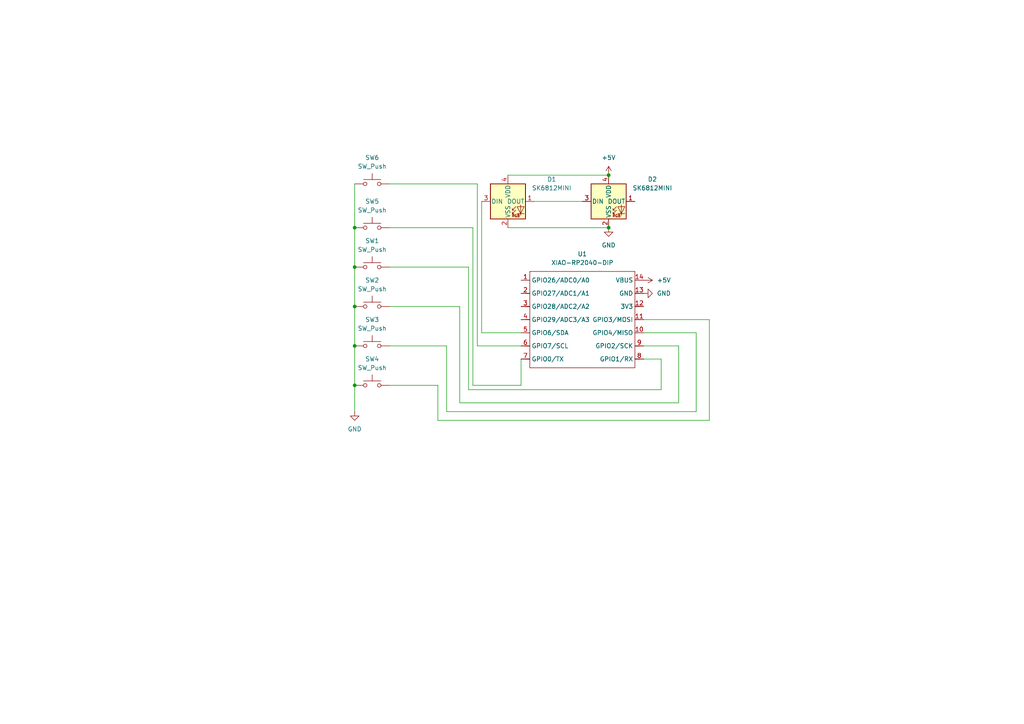
<source format=kicad_sch>
(kicad_sch (version 20250114) (generator "eeschema") (generator_version "9.0")
  (paper "A4")
  (lib_symbols
    (symbol "LED:SK6812MINI" (pin_names (offset 0.254))
      (property "Reference" "D" (at 5.08 5.715 0))
      (property "Value" "SK6812MINI" (at 1.27 -5.715 0))
      (symbol "SK6812MINI_0_0"
        (text "RGB" (at 2.286 -4.191 0) (effects (font (size 0.762 0.762))))
      )
      (symbol "SK6812MINI_0_1"
        (polyline (pts (xy 1.27 -2.54) (xy 1.778 -2.54)))
        (polyline (pts (xy 1.27 -3.556) (xy 1.778 -3.556)))
        (polyline (pts (xy 2.286 -1.524) (xy 1.27 -2.54) (xy 1.27 -2.032)))
        (polyline (pts (xy 2.286 -2.54) (xy 1.27 -3.556) (xy 1.27 -3.048)))
        (polyline (pts (xy 3.683 -1.016) (xy 3.683 -3.556) (xy 3.683 -4.064)))
        (polyline (pts (xy 4.699 -1.524) (xy 2.667 -1.524) (xy 3.683 -3.556) (xy 4.699 -1.524)))
        (polyline (pts (xy 4.699 -3.556) (xy 2.667 -3.556)))
        (rectangle (start 5.08 5.08) (end -5.08 -5.08) (stroke (width 0.254)) (fill (type background)))
      )
      (symbol "SK6812MINI_1_1"
        (pin input line (at -7.62 0 0) (length 2.54) (name "DIN") (number "3"))
        (pin power_in line (at 0 7.62 270) (length 2.54) (name "VDD") (number "4"))
        (pin power_in line (at 0 -7.62 90) (length 2.54) (name "VSS") (number "2"))
        (pin output line (at 7.62 0 180) (length 2.54) (name "DOUT") (number "1"))
      )
    )
    (symbol "OPL:XIAO-RP2040-DIP"
      (property "Reference" "U" (at 0 0 0))
      (property "Value" "XIAO-RP2040-DIP" (at 5.334 -1.778 0))
      (symbol "XIAO-RP2040-DIP_1_0"
        (polyline (pts (xy -1.27 -2.54) (xy 29.21 -2.54)) (stroke (width 0.1524)))
        (polyline (pts (xy -1.27 -5.08) (xy -2.54 -5.08)) (stroke (width 0.1524)))
        (polyline (pts (xy -1.27 -5.08) (xy -1.27 -2.54)) (stroke (width 0.1524)))
        (polyline (pts (xy -1.27 -8.89) (xy -2.54 -8.89)) (stroke (width 0.1524)))
        (polyline (pts (xy -1.27 -8.89) (xy -1.27 -5.08)) (stroke (width 0.1524)))
        (polyline (pts (xy -1.27 -12.7) (xy -2.54 -12.7)) (stroke (width 0.1524)))
        (polyline (pts (xy -1.27 -12.7) (xy -1.27 -8.89)) (stroke (width 0.1524)))
        (polyline (pts (xy -1.27 -16.51) (xy -2.54 -16.51)) (stroke (width 0.1524)))
        (polyline (pts (xy -1.27 -16.51) (xy -1.27 -12.7)) (stroke (width 0.1524)))
        (polyline (pts (xy -1.27 -20.32) (xy -2.54 -20.32)) (stroke (width 0.1524)))
        (polyline (pts (xy -1.27 -24.13) (xy -2.54 -24.13)) (stroke (width 0.1524)))
        (polyline (pts (xy -1.27 -27.94) (xy -2.54 -27.94)) (stroke (width 0.1524)))
        (polyline (pts (xy -1.27 -30.48) (xy -1.27 -16.51)) (stroke (width 0.1524)))
        (polyline (pts (xy 29.21 -2.54) (xy 29.21 -5.08)) (stroke (width 0.1524)))
        (polyline (pts (xy 29.21 -5.08) (xy 29.21 -8.89)) (stroke (width 0.1524)))
        (polyline (pts (xy 29.21 -8.89) (xy 29.21 -12.7)) (stroke (width 0.1524)))
        (polyline (pts (xy 29.21 -12.7) (xy 29.21 -30.48)) (stroke (width 0.1524)))
        (polyline (pts (xy 29.21 -30.48) (xy -1.27 -30.48)) (stroke (width 0.1524)))
        (polyline (pts (xy 30.48 -5.08) (xy 29.21 -5.08)) (stroke (width 0.1524)))
        (polyline (pts (xy 30.48 -8.89) (xy 29.21 -8.89)) (stroke (width 0.1524)))
        (polyline (pts (xy 30.48 -12.7) (xy 29.21 -12.7)) (stroke (width 0.1524)))
        (polyline (pts (xy 30.48 -16.51) (xy 29.21 -16.51)) (stroke (width 0.1524)))
        (polyline (pts (xy 30.48 -20.32) (xy 29.21 -20.32)) (stroke (width 0.1524)))
        (polyline (pts (xy 30.48 -24.13) (xy 29.21 -24.13)) (stroke (width 0.1524)))
        (polyline (pts (xy 30.48 -27.94) (xy 29.21 -27.94)) (stroke (width 0.1524)))
        (pin passive line (at -3.81 -5.08 0) (length 2.54) (name "GPIO26/ADC0/A0") (number "1"))
        (pin passive line (at -3.81 -8.89 0) (length 2.54) (name "GPIO27/ADC1/A1") (number "2"))
        (pin passive line (at -3.81 -12.7 0) (length 2.54) (name "GPIO28/ADC2/A2") (number "3"))
        (pin passive line (at -3.81 -16.51 0) (length 2.54) (name "GPIO29/ADC3/A3") (number "4"))
        (pin passive line (at -3.81 -20.32 0) (length 2.54) (name "GPIO6/SDA") (number "5"))
        (pin passive line (at -3.81 -24.13 0) (length 2.54) (name "GPIO7/SCL") (number "6"))
        (pin passive line (at -3.81 -27.94 0) (length 2.54) (name "GPIO0/TX") (number "7"))
        (pin passive line (at 31.75 -5.08 180) (length 2.54) (name "VBUS") (number "14"))
        (pin passive line (at 31.75 -8.89 180) (length 2.54) (name "GND") (number "13"))
        (pin passive line (at 31.75 -12.7 180) (length 2.54) (name "3V3") (number "12"))
        (pin passive line (at 31.75 -16.51 180) (length 2.54) (name "GPIO3/MOSI") (number "11"))
        (pin passive line (at 31.75 -20.32 180) (length 2.54) (name "GPIO4/MISO") (number "10"))
        (pin passive line (at 31.75 -24.13 180) (length 2.54) (name "GPIO2/SCK") (number "9"))
        (pin passive line (at 31.75 -27.94 180) (length 2.54) (name "GPIO1/RX") (number "8"))
      )
    )
    (symbol "Switch:SW_Push" (pin_numbers (hide yes)) (pin_names (offset 1.016) (hide yes))
      (property "Reference" "SW" (at 1.27 2.54 0))
      (property "Value" "SW_Push" (at 0 -1.524 0))
      (symbol "SW_Push_0_1"
        (circle (center -2.032 0) (radius 0.508))
        (polyline (pts (xy 0 1.27) (xy 0 3.048)))
        (circle (center 2.032 0) (radius 0.508))
        (polyline (pts (xy 2.54 1.27) (xy -2.54 1.27)))
        (pin passive line (at -5.08 0 0) (length 2.54) (name "1") (number "1"))
        (pin passive line (at 5.08 0 180) (length 2.54) (name "2") (number "2"))
      )
    )
    (symbol "power:+5V" (power) (pin_numbers (hide yes)) (pin_names (offset 0) (hide yes))
      (property "Value" "+5V" (at 0 3.556 0))
      (symbol "+5V_0_1"
        (polyline (pts (xy -0.762 1.27) (xy 0 2.54)))
        (polyline (pts (xy 0 2.54) (xy 0.762 1.27)))
        (polyline (pts (xy 0 0) (xy 0 2.54)))
      )
      (symbol "+5V_1_1"
        (pin power_in line (at 0 0 90) (length 0) (name "~") (number "1"))
      )
    )
    (symbol "power:GND" (power) (pin_numbers (hide yes)) (pin_names (offset 0) (hide yes))
      (property "Value" "GND" (at 0 -3.81 0))
      (symbol "GND_0_1"
        (polyline (pts (xy 0 0) (xy 0 -1.27) (xy 1.27 -1.27) (xy 0 -2.54) (xy -1.27 -1.27) (xy 0 -1.27)))
      )
      (symbol "GND_1_1"
        (pin power_in line (at 0 0 270) (length 0) (name "~") (number "1"))
      )
    )
  )
  (junction (at 102.87 100.33))
  (junction (at 102.87 66.04))
  (junction (at 102.87 77.47))
  (junction (at 176.53 50.8))
  (junction (at 102.87 88.9))
  (junction (at 176.53 66.04))
  (junction (at 102.87 111.76))
  (wire (pts (xy 135.89 77.47) (xy 113.03 77.47)))
  (wire (pts (xy 137.16 111.76) (xy 151.13 111.76)))
  (wire (pts (xy 102.87 53.34) (xy 102.87 66.04)))
  (wire (pts (xy 201.93 119.38) (xy 129.54 119.38)))
  (wire (pts (xy 151.13 111.76) (xy 151.13 104.14)))
  (wire (pts (xy 205.74 121.92) (xy 127 121.92)))
  (wire (pts (xy 133.35 88.9) (xy 113.03 88.9)))
  (wire (pts (xy 137.16 66.04) (xy 137.16 111.76)))
  (wire (pts (xy 113.03 53.34) (xy 138.43 53.34)))
  (wire (pts (xy 127 111.76) (xy 113.03 111.76)))
  (wire (pts (xy 139.7 58.42) (xy 139.7 96.52)))
  (wire (pts (xy 102.87 100.33) (xy 102.87 111.76)))
  (wire (pts (xy 191.77 113.03) (xy 135.89 113.03)))
  (wire (pts (xy 186.69 96.52) (xy 201.93 96.52)))
  (wire (pts (xy 102.87 77.47) (xy 102.87 88.9)))
  (wire (pts (xy 186.69 104.14) (xy 191.77 104.14)))
  (wire (pts (xy 196.85 100.33) (xy 196.85 116.84)))
  (wire (pts (xy 186.69 92.71) (xy 205.74 92.71)))
  (wire (pts (xy 201.93 96.52) (xy 201.93 119.38)))
  (wire (pts (xy 196.85 116.84) (xy 133.35 116.84)))
  (wire (pts (xy 135.89 113.03) (xy 135.89 77.47)))
  (wire (pts (xy 147.32 50.8) (xy 176.53 50.8)))
  (wire (pts (xy 133.35 116.84) (xy 133.35 88.9)))
  (wire (pts (xy 113.03 66.04) (xy 137.16 66.04)))
  (wire (pts (xy 102.87 111.76) (xy 102.87 119.38)))
  (wire (pts (xy 205.74 92.71) (xy 205.74 121.92)))
  (wire (pts (xy 138.43 100.33) (xy 151.13 100.33)))
  (wire (pts (xy 139.7 96.52) (xy 151.13 96.52)))
  (wire (pts (xy 127 121.92) (xy 127 111.76)))
  (wire (pts (xy 138.43 53.34) (xy 138.43 100.33)))
  (wire (pts (xy 129.54 100.33) (xy 113.03 100.33)))
  (wire (pts (xy 147.32 66.04) (xy 176.53 66.04)))
  (wire (pts (xy 186.69 100.33) (xy 196.85 100.33)))
  (wire (pts (xy 102.87 66.04) (xy 102.87 77.47)))
  (wire (pts (xy 129.54 119.38) (xy 129.54 100.33)))
  (wire (pts (xy 154.94 58.42) (xy 168.91 58.42)))
  (wire (pts (xy 102.87 88.9) (xy 102.87 100.33)))
  (wire (pts (xy 191.77 104.14) (xy 191.77 113.03)))
  (symbol (lib_id "power:GND") (at 102.87 119.38 0) (unit 1)
    (property "Reference" "#PWR01" (effects (hide yes)))
    (property "Value" "GND" (at 102.87 124.46 0))
    (property "Description" "Power symbol creates a global label with name \"GND\" , ground" (effects (hide yes)))
  )
  (symbol (lib_id "Switch:SW_Push") (at 107.95 111.76 0) (unit 1)
    (property "Reference" "SW4" (at 107.95 104.14 0))
    (property "Value" "SW_Push" (at 107.95 106.68 0))
    (property "Footprint" "Button_Switch_Keyboard:SW_Cherry_MX_1.00u_PCB" (effects (hide yes)))
    (property "Description" "Push button switch, generic, two pins" (effects (hide yes)))
  )
  (symbol (lib_id "Switch:SW_Push") (at 107.95 100.33 0) (unit 1)
    (property "Reference" "SW3" (at 107.95 92.71 0))
    (property "Value" "SW_Push" (at 107.95 95.25 0))
    (property "Footprint" "Button_Switch_Keyboard:SW_Cherry_MX_1.00u_PCB" (effects (hide yes)))
    (property "Description" "Push button switch, generic, two pins" (effects (hide yes)))
  )
  (symbol (lib_id "power:+5V") (at 176.53 50.8 0) (unit 1)
    (property "Reference" "#PWR02" (effects (hide yes)))
    (property "Value" "+5V" (at 176.53 45.72 0))
    (property "Description" "Power symbol creates a global label with name \"+5V\"" (effects (hide yes)))
  )
  (symbol (lib_id "Switch:SW_Push") (at 107.95 77.47 0) (unit 1)
    (property "Reference" "SW1" (at 107.95 69.85 0))
    (property "Value" "SW_Push" (at 107.95 72.39 0))
    (property "Footprint" "Button_Switch_Keyboard:SW_Cherry_MX_1.00u_PCB" (effects (hide yes)))
    (property "Description" "Push button switch, generic, two pins" (effects (hide yes)))
  )
  (symbol (lib_id "power:+5V") (at 186.69 81.28 270) (unit 1)
    (property "Reference" "#PWR05" (effects (hide yes)))
    (property "Value" "+5V" (at 190.5 81.2799 90) (effects (justify left)))
    (property "Description" "Power symbol creates a global label with name \"+5V\"" (effects (hide yes)))
  )
  (symbol (lib_id "Switch:SW_Push") (at 107.95 66.04 0) (unit 1)
    (property "Reference" "SW5" (at 107.95 58.42 0))
    (property "Value" "SW_Push" (at 107.95 60.96 0))
    (property "Footprint" "Button_Switch_Keyboard:SW_Cherry_MX_1.00u_PCB" (effects (hide yes)))
    (property "Description" "Push button switch, generic, two pins" (effects (hide yes)))
  )
  (symbol (lib_id "power:GND") (at 176.53 66.04 0) (unit 1)
    (property "Reference" "#PWR03" (effects (hide yes)))
    (property "Value" "GND" (at 176.53 71.12 0))
    (property "Description" "Power symbol creates a global label with name \"GND\" , ground" (effects (hide yes)))
  )
  (symbol (lib_id "LED:SK6812MINI") (at 147.32 58.42 0) (unit 1)
    (property "Reference" "D1" (at 160.02 51.9998 0))
    (property "Value" "SK6812MINI" (at 160.02 54.5398 0))
    (property "Footprint" "LED_SMD:LED_SK6812MINI_PLCC4_3.5x3.5mm_P1.75mm" (effects (hide yes)))
    (property "Datasheet" "https://cdn-shop.adafruit.com/product-files/2686/SK6812MINI_REV.01-1-2.pdf" (effects (hide yes)))
    (property "Description" "RGB LED with integrated controller" (effects (hide yes)))
  )
  (symbol (lib_id "Switch:SW_Push") (at 107.95 88.9 0) (unit 1)
    (property "Reference" "SW2" (at 107.95 81.28 0))
    (property "Value" "SW_Push" (at 107.95 83.82 0))
    (property "Footprint" "Button_Switch_Keyboard:SW_Cherry_MX_1.00u_PCB" (effects (hide yes)))
    (property "Description" "Push button switch, generic, two pins" (effects (hide yes)))
  )
  (symbol (lib_id "OPL:XIAO-RP2040-DIP") (at 154.94 76.2 0) (unit 1)
    (property "Reference" "U1" (at 168.91 73.66 0))
    (property "Value" "XIAO-RP2040-DIP" (at 168.91 76.2 0))
    (property "Footprint" "OPL:XIAO-RP2040-DIP" (effects (hide yes)))
  )
  (symbol (lib_id "power:GND") (at 186.69 85.09 90) (unit 1)
    (property "Reference" "#PWR04" (effects (hide yes)))
    (property "Value" "GND" (at 190.5 85.0899 90) (effects (justify right)))
    (property "Description" "Power symbol creates a global label with name \"GND\" , ground" (effects (hide yes)))
  )
  (symbol (lib_id "Switch:SW_Push") (at 107.95 53.34 0) (unit 1)
    (property "Reference" "SW6" (at 107.95 45.72 0))
    (property "Value" "SW_Push" (at 107.95 48.26 0))
    (property "Footprint" "Button_Switch_Keyboard:SW_Cherry_MX_1.00u_PCB" (effects (hide yes)))
    (property "Description" "Push button switch, generic, two pins" (effects (hide yes)))
  )
  (symbol (lib_id "LED:SK6812MINI") (at 176.53 58.42 0) (unit 1)
    (property "Reference" "D2" (at 189.23 51.9998 0))
    (property "Value" "SK6812MINI" (at 189.23 54.5398 0))
    (property "Footprint" "LED_SMD:LED_SK6812MINI_PLCC4_3.5x3.5mm_P1.75mm" (effects (hide yes)))
    (property "Datasheet" "https://cdn-shop.adafruit.com/product-files/2686/SK6812MINI_REV.01-1-2.pdf" (effects (hide yes)))
    (property "Description" "RGB LED with integrated controller" (effects (hide yes)))
  )
)
</source>
